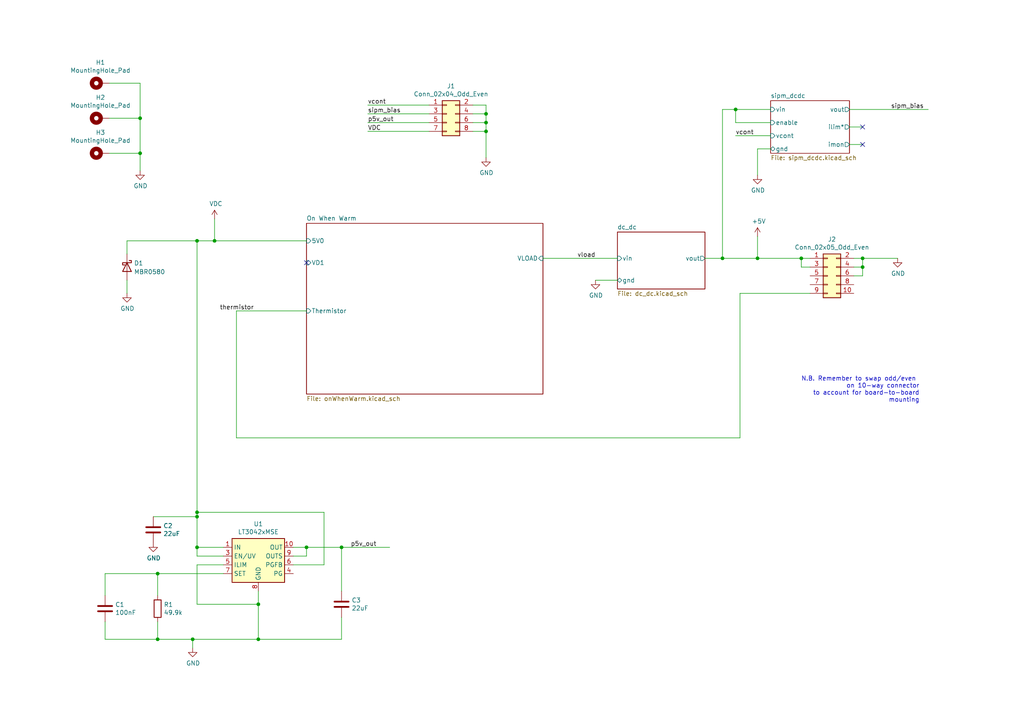
<source format=kicad_sch>
(kicad_sch (version 20211123) (generator eeschema)
  (paper "A4")
  (lib_symbols
    (symbol "Connector_Generic:Conn_02x04_Odd_Even" (pin_names (offset 1.016) hide)
      (property "Reference" "J" (at 1.27 5.08 0))
      (property "Value" "Conn_02x04_Odd_Even" (at 1.27 -7.62 0))
      (symbol "Conn_02x04_Odd_Even_1_1"
        (rectangle (start -1.27 -4.953) (end 0 -5.207) (stroke (width 0.1524)))
        (rectangle (start -1.27 -2.413) (end 0 -2.667) (stroke (width 0.1524)))
        (rectangle (start -1.27 0.127) (end 0 -0.127) (stroke (width 0.1524)))
        (rectangle (start -1.27 2.667) (end 0 2.413) (stroke (width 0.1524)))
        (rectangle (start -1.27 3.81) (end 3.81 -6.35) (stroke (width 0.254)) (fill (type background)))
        (rectangle (start 3.81 -4.953) (end 2.54 -5.207) (stroke (width 0.1524)))
        (rectangle (start 3.81 -2.413) (end 2.54 -2.667) (stroke (width 0.1524)))
        (rectangle (start 3.81 0.127) (end 2.54 -0.127) (stroke (width 0.1524)))
        (rectangle (start 3.81 2.667) (end 2.54 2.413) (stroke (width 0.1524)))
        (pin passive line (at -5.08 2.54 0) (length 3.81) (name "Pin_1") (number "1"))
        (pin passive line (at 7.62 2.54 180) (length 3.81) (name "Pin_2") (number "2"))
        (pin passive line (at -5.08 0 0) (length 3.81) (name "Pin_3") (number "3"))
        (pin passive line (at 7.62 0 180) (length 3.81) (name "Pin_4") (number "4"))
        (pin passive line (at -5.08 -2.54 0) (length 3.81) (name "Pin_5") (number "5"))
        (pin passive line (at 7.62 -2.54 180) (length 3.81) (name "Pin_6") (number "6"))
        (pin passive line (at -5.08 -5.08 0) (length 3.81) (name "Pin_7") (number "7"))
        (pin passive line (at 7.62 -5.08 180) (length 3.81) (name "Pin_8") (number "8"))
      )
    )
    (symbol "Connector_Generic:Conn_02x05_Odd_Even" (pin_names (offset 1.016) hide)
      (property "Reference" "J" (at 1.27 7.62 0))
      (property "Value" "Conn_02x05_Odd_Even" (at 1.27 -7.62 0))
      (symbol "Conn_02x05_Odd_Even_1_1"
        (rectangle (start -1.27 -4.953) (end 0 -5.207) (stroke (width 0.1524)))
        (rectangle (start -1.27 -2.413) (end 0 -2.667) (stroke (width 0.1524)))
        (rectangle (start -1.27 0.127) (end 0 -0.127) (stroke (width 0.1524)))
        (rectangle (start -1.27 2.667) (end 0 2.413) (stroke (width 0.1524)))
        (rectangle (start -1.27 5.207) (end 0 4.953) (stroke (width 0.1524)))
        (rectangle (start -1.27 6.35) (end 3.81 -6.35) (stroke (width 0.254)) (fill (type background)))
        (rectangle (start 3.81 -4.953) (end 2.54 -5.207) (stroke (width 0.1524)))
        (rectangle (start 3.81 -2.413) (end 2.54 -2.667) (stroke (width 0.1524)))
        (rectangle (start 3.81 0.127) (end 2.54 -0.127) (stroke (width 0.1524)))
        (rectangle (start 3.81 2.667) (end 2.54 2.413) (stroke (width 0.1524)))
        (rectangle (start 3.81 5.207) (end 2.54 4.953) (stroke (width 0.1524)))
        (pin passive line (at -5.08 5.08 0) (length 3.81) (name "Pin_1") (number "1"))
        (pin passive line (at 7.62 -5.08 180) (length 3.81) (name "Pin_10") (number "10"))
        (pin passive line (at 7.62 5.08 180) (length 3.81) (name "Pin_2") (number "2"))
        (pin passive line (at -5.08 2.54 0) (length 3.81) (name "Pin_3") (number "3"))
        (pin passive line (at 7.62 2.54 180) (length 3.81) (name "Pin_4") (number "4"))
        (pin passive line (at -5.08 0 0) (length 3.81) (name "Pin_5") (number "5"))
        (pin passive line (at 7.62 0 180) (length 3.81) (name "Pin_6") (number "6"))
        (pin passive line (at -5.08 -2.54 0) (length 3.81) (name "Pin_7") (number "7"))
        (pin passive line (at 7.62 -2.54 180) (length 3.81) (name "Pin_8") (number "8"))
        (pin passive line (at -5.08 -5.08 0) (length 3.81) (name "Pin_9") (number "9"))
      )
    )
    (symbol "Device:C" (pin_numbers hide) (pin_names (offset 0.254))
      (property "Reference" "C" (at 0.635 2.54 0))
      (property "Value" "C" (at 0.635 -2.54 0))
      (symbol "C_0_1"
        (polyline (pts (xy -2.032 -0.762) (xy 2.032 -0.762)) (stroke (width 0.508)))
        (polyline (pts (xy -2.032 0.762) (xy 2.032 0.762)) (stroke (width 0.508)))
      )
      (symbol "C_1_1"
        (pin passive line (at 0 3.81 270) (length 2.794) (name "~") (number "1"))
        (pin passive line (at 0 -3.81 90) (length 2.794) (name "~") (number "2"))
      )
    )
    (symbol "Device:R" (pin_numbers hide) (pin_names (offset 0))
      (property "Reference" "R" (at 2.032 0 90))
      (property "Value" "R" (at 0 0 90))
      (symbol "R_0_1"
        (rectangle (start -1.016 -2.54) (end 1.016 2.54) (stroke (width 0.254)))
      )
      (symbol "R_1_1"
        (pin passive line (at 0 3.81 270) (length 1.27) (name "~") (number "1"))
        (pin passive line (at 0 -3.81 90) (length 1.27) (name "~") (number "2"))
      )
    )
    (symbol "Diode:MBR0580" (pin_numbers hide) (pin_names (offset 1.016) hide)
      (property "Reference" "D" (at 0 2.54 0))
      (property "Value" "MBR0580" (at 0 -2.54 0))
      (symbol "MBR0580_0_1"
        (polyline (pts (xy 1.27 0) (xy -1.27 0)))
        (polyline (pts (xy 1.27 1.27) (xy 1.27 -1.27) (xy -1.27 0) (xy 1.27 1.27)) (stroke (width 0.254)))
        (polyline (pts (xy -1.905 0.635) (xy -1.905 1.27) (xy -1.27 1.27) (xy -1.27 -1.27) (xy -0.635 -1.27) (xy -0.635 -0.635)) (stroke (width 0.254)))
      )
      (symbol "MBR0580_1_1"
        (pin passive line (at -3.81 0 0) (length 2.54) (name "K") (number "1"))
        (pin passive line (at 3.81 0 180) (length 2.54) (name "A") (number "2"))
      )
    )
    (symbol "Mechanical:MountingHole_Pad" (pin_numbers hide) (pin_names (offset 1.016) hide)
      (property "Reference" "H" (at 0 6.35 0))
      (property "Value" "MountingHole_Pad" (at 0 4.445 0))
      (symbol "MountingHole_Pad_0_1"
        (circle (center 0 1.27) (radius 1.27) (stroke (width 1.27)))
      )
      (symbol "MountingHole_Pad_1_1"
        (pin input line (at 0 -2.54 90) (length 2.54) (name "1") (number "1"))
      )
    )
    (symbol "Regulator_Linear:LT3042xMSE"
      (property "Reference" "U" (at -6.35 6.35 0))
      (property "Value" "LT3042xMSE" (at 1.27 6.35 0))
      (symbol "LT3042xMSE_0_1"
        (rectangle (start -7.62 5.08) (end 7.62 -7.62) (stroke (width 0.254)) (fill (type background)))
      )
      (symbol "LT3042xMSE_1_1"
        (pin power_in line (at -10.16 2.54 0) (length 2.54) (name "IN") (number "1"))
        (pin power_out line (at 10.16 2.54 180) (length 2.54) (name "OUT") (number "10"))
        (pin passive line (at 0 -10.16 90) (length 2.54) hide (name "GND") (number "11"))
        (pin passive line (at -10.16 2.54 0) (length 2.54) hide (name "IN") (number "2"))
        (pin input line (at -10.16 0 0) (length 2.54) (name "EN/UV") (number "3"))
        (pin open_collector line (at 10.16 -5.08 180) (length 2.54) (name "PG") (number "4"))
        (pin passive line (at -10.16 -2.54 0) (length 2.54) (name "ILIM") (number "5"))
        (pin input line (at 10.16 -2.54 180) (length 2.54) (name "PGFB") (number "6"))
        (pin passive line (at -10.16 -5.08 0) (length 2.54) (name "SET") (number "7"))
        (pin power_in line (at 0 -10.16 90) (length 2.54) (name "GND") (number "8"))
        (pin input line (at 10.16 0 180) (length 2.54) (name "OUTS") (number "9"))
      )
    )
    (symbol "power:+5V" (power) (pin_names (offset 0))
      (property "Value" "+5V" (at 0 3.556 0))
      (symbol "+5V_0_1"
        (polyline (pts (xy -0.762 1.27) (xy 0 2.54)))
        (polyline (pts (xy 0 0) (xy 0 2.54)))
        (polyline (pts (xy 0 2.54) (xy 0.762 1.27)))
      )
      (symbol "+5V_1_1"
        (pin power_in line (at 0 0 90) (length 0) hide (name "+5V") (number "1"))
      )
    )
    (symbol "power:GND" (power) (pin_names (offset 0))
      (property "Value" "GND" (at 0 -3.81 0))
      (symbol "GND_0_1"
        (polyline (pts (xy 0 0) (xy 0 -1.27) (xy 1.27 -1.27) (xy 0 -2.54) (xy -1.27 -1.27) (xy 0 -1.27)))
      )
      (symbol "GND_1_1"
        (pin power_in line (at 0 0 270) (length 0) hide (name "GND") (number "1"))
      )
    )
    (symbol "power:VDC" (power) (pin_names (offset 0))
      (property "Value" "VDC" (at 0 6.35 0))
      (symbol "VDC_0_1"
        (polyline (pts (xy -0.762 1.27) (xy 0 2.54)))
        (polyline (pts (xy 0 0) (xy 0 2.54)))
        (polyline (pts (xy 0 2.54) (xy 0.762 1.27)))
      )
      (symbol "VDC_1_1"
        (pin power_in line (at 0 0 90) (length 0) hide (name "VDC") (number "1"))
      )
    )
  )
  (junction (at 140.97 35.56))
  (junction (at 57.15 149.86))
  (junction (at 57.15 69.85))
  (junction (at 99.06 158.75))
  (junction (at 57.15 158.75))
  (junction (at 140.97 38.1))
  (junction (at 55.88 185.42))
  (junction (at 40.64 44.45))
  (junction (at 250.19 74.93))
  (junction (at 62.23 69.85))
  (junction (at 209.55 74.93))
  (junction (at 40.64 34.29))
  (junction (at 140.97 33.02))
  (junction (at 74.93 175.26))
  (junction (at 57.15 148.59))
  (junction (at 45.72 166.37))
  (junction (at 213.36 31.75))
  (junction (at 232.41 74.93))
  (junction (at 45.72 185.42))
  (junction (at 88.9 158.75))
  (junction (at 74.93 185.42))
  (junction (at 219.71 74.93))
  (junction (at 250.19 77.47))
  (no_connect (at 250.19 41.91))
  (no_connect (at 88.9 76.2))
  (no_connect (at 250.19 36.83))
  (wire (pts (xy 157.48 74.93) (xy 179.07 74.93)))
  (wire (pts (xy 45.72 180.34) (xy 45.72 185.42)))
  (wire (pts (xy 85.09 161.29) (xy 88.9 161.29)))
  (wire (pts (xy 62.23 63.5) (xy 62.23 69.85)))
  (wire (pts (xy 246.38 41.91) (xy 250.19 41.91)))
  (wire (pts (xy 250.19 80.01) (xy 247.65 80.01)))
  (wire (pts (xy 30.48 166.37) (xy 30.48 172.72)))
  (wire (pts (xy 250.19 77.47) (xy 247.65 77.47)))
  (wire (pts (xy 99.06 179.07) (xy 99.06 185.42)))
  (wire (pts (xy 213.36 39.37) (xy 223.52 39.37)))
  (wire (pts (xy 209.55 74.93) (xy 219.71 74.93)))
  (wire (pts (xy 36.83 81.28) (xy 36.83 85.09)))
  (wire (pts (xy 234.95 85.09) (xy 214.63 85.09)))
  (wire (pts (xy 140.97 33.02) (xy 140.97 35.56)))
  (wire (pts (xy 219.71 68.58) (xy 219.71 74.93)))
  (wire (pts (xy 124.46 33.02) (xy 106.68 33.02)))
  (wire (pts (xy 57.15 148.59) (xy 57.15 69.85)))
  (wire (pts (xy 85.09 163.83) (xy 93.98 163.83)))
  (wire (pts (xy 68.58 127) (xy 68.58 90.17)))
  (wire (pts (xy 45.72 166.37) (xy 45.72 172.72)))
  (wire (pts (xy 232.41 77.47) (xy 234.95 77.47)))
  (wire (pts (xy 213.36 31.75) (xy 223.52 31.75)))
  (wire (pts (xy 213.36 35.56) (xy 223.52 35.56)))
  (wire (pts (xy 55.88 185.42) (xy 74.93 185.42)))
  (wire (pts (xy 93.98 163.83) (xy 93.98 148.59)))
  (wire (pts (xy 44.45 149.86) (xy 57.15 149.86)))
  (wire (pts (xy 40.64 34.29) (xy 40.64 44.45)))
  (wire (pts (xy 250.19 77.47) (xy 250.19 80.01)))
  (wire (pts (xy 30.48 185.42) (xy 45.72 185.42)))
  (wire (pts (xy 45.72 185.42) (xy 55.88 185.42)))
  (wire (pts (xy 30.48 180.34) (xy 30.48 185.42)))
  (wire (pts (xy 219.71 43.18) (xy 219.71 50.8)))
  (wire (pts (xy 57.15 158.75) (xy 57.15 149.86)))
  (wire (pts (xy 213.36 31.75) (xy 209.55 31.75)))
  (wire (pts (xy 246.38 36.83) (xy 250.19 36.83)))
  (wire (pts (xy 172.72 81.28) (xy 179.07 81.28)))
  (wire (pts (xy 137.16 33.02) (xy 140.97 33.02)))
  (wire (pts (xy 137.16 38.1) (xy 140.97 38.1)))
  (wire (pts (xy 57.15 175.26) (xy 74.93 175.26)))
  (wire (pts (xy 219.71 43.18) (xy 223.52 43.18)))
  (wire (pts (xy 209.55 31.75) (xy 209.55 74.93)))
  (wire (pts (xy 247.65 74.93) (xy 250.19 74.93)))
  (wire (pts (xy 57.15 69.85) (xy 62.23 69.85)))
  (wire (pts (xy 99.06 185.42) (xy 74.93 185.42)))
  (wire (pts (xy 93.98 148.59) (xy 57.15 148.59)))
  (wire (pts (xy 214.63 85.09) (xy 214.63 127)))
  (wire (pts (xy 74.93 171.45) (xy 74.93 175.26)))
  (wire (pts (xy 88.9 90.17) (xy 68.58 90.17)))
  (wire (pts (xy 124.46 35.56) (xy 106.68 35.56)))
  (wire (pts (xy 57.15 161.29) (xy 64.77 161.29)))
  (wire (pts (xy 204.47 74.93) (xy 209.55 74.93)))
  (wire (pts (xy 64.77 163.83) (xy 57.15 163.83)))
  (wire (pts (xy 99.06 171.45) (xy 99.06 158.75)))
  (wire (pts (xy 214.63 127) (xy 68.58 127)))
  (wire (pts (xy 36.83 69.85) (xy 36.83 73.66)))
  (wire (pts (xy 250.19 74.93) (xy 250.19 77.47)))
  (wire (pts (xy 250.19 74.93) (xy 260.35 74.93)))
  (wire (pts (xy 74.93 175.26) (xy 74.93 185.42)))
  (wire (pts (xy 36.83 69.85) (xy 57.15 69.85)))
  (wire (pts (xy 62.23 69.85) (xy 88.9 69.85)))
  (wire (pts (xy 213.36 35.56) (xy 213.36 31.75)))
  (wire (pts (xy 137.16 30.48) (xy 140.97 30.48)))
  (wire (pts (xy 124.46 30.48) (xy 106.68 30.48)))
  (wire (pts (xy 57.15 149.86) (xy 57.15 148.59)))
  (wire (pts (xy 85.09 158.75) (xy 88.9 158.75)))
  (wire (pts (xy 140.97 35.56) (xy 140.97 38.1)))
  (wire (pts (xy 40.64 44.45) (xy 40.64 49.53)))
  (wire (pts (xy 246.38 31.75) (xy 269.24 31.75)))
  (wire (pts (xy 88.9 161.29) (xy 88.9 158.75)))
  (wire (pts (xy 31.75 44.45) (xy 40.64 44.45)))
  (wire (pts (xy 55.88 185.42) (xy 55.88 187.96)))
  (wire (pts (xy 31.75 34.29) (xy 40.64 34.29)))
  (wire (pts (xy 57.15 158.75) (xy 57.15 161.29)))
  (wire (pts (xy 30.48 166.37) (xy 45.72 166.37)))
  (wire (pts (xy 64.77 166.37) (xy 45.72 166.37)))
  (wire (pts (xy 40.64 24.13) (xy 40.64 34.29)))
  (wire (pts (xy 140.97 30.48) (xy 140.97 33.02)))
  (wire (pts (xy 232.41 74.93) (xy 232.41 77.47)))
  (wire (pts (xy 124.46 38.1) (xy 106.68 38.1)))
  (wire (pts (xy 219.71 74.93) (xy 232.41 74.93)))
  (wire (pts (xy 64.77 158.75) (xy 57.15 158.75)))
  (wire (pts (xy 57.15 163.83) (xy 57.15 175.26)))
  (wire (pts (xy 232.41 74.93) (xy 234.95 74.93)))
  (wire (pts (xy 140.97 38.1) (xy 140.97 45.72)))
  (wire (pts (xy 137.16 35.56) (xy 140.97 35.56)))
  (wire (pts (xy 88.9 158.75) (xy 99.06 158.75)))
  (wire (pts (xy 99.06 158.75) (xy 113.03 158.75)))
  (wire (pts (xy 31.75 24.13) (xy 40.64 24.13)))
  (text "N.B. Remember to swap odd/even \non 10-way connector\nto account for board-to-board\nmounting" (at 266.7 116.84 0) (effects (font (size 1.27 1.27)) (justify right bottom)))
  (label "thermistor" (at 73.66 90.17 180))
  (label "p5v_out" (at 106.68 35.56 0))
  (label "p5v_out" (at 109.22 158.75 180))
  (label "VDC" (at 106.68 38.1 0))
  (label "vload" (at 172.72 74.93 180))
  (label "sipm_bias" (at 267.97 31.75 180))
  (label "vcont" (at 213.36 39.37 0))
  (label "sipm_bias" (at 106.68 33.02 0))
  (label "vcont" (at 106.68 30.48 0))
  (symbol (lib_id "power:GND") (at 172.72 81.28 0) (unit 1)
    (property "Reference" "#PWR07" (effects hide))
    (property "Value" "GND" (at 172.847 85.6742 0))
  )
  (symbol (lib_id "power:GND") (at 36.83 85.09 0) (unit 1)
    (property "Reference" "#PWR01" (effects hide))
    (property "Value" "GND" (at 36.957 89.4842 0))
  )
  (symbol (lib_id "Connector_Generic:Conn_02x05_Odd_Even") (at 240.03 80.01 0) (unit 1)
    (property "Reference" "J2" (at 241.3 69.4182 0))
    (property "Value" "Conn_02x05_Odd_Even" (at 241.3 71.7296 0))
    (property "Footprint" "Connector_PinSocket_2.54mm:PinSocket_2x05_P2.54mm_Vertical_SMD" (effects hide))
  )
  (symbol (lib_id "Regulator_Linear:LT3042xMSE") (at 74.93 161.29 0) (unit 1)
    (property "Reference" "U1" (at 74.93 151.9682 0))
    (property "Value" "LT3042xMSE" (at 74.93 154.2796 0))
    (property "Footprint" "Package_SO:MSOP-10-1EP_3x3mm_P0.5mm_EP1.68x1.88mm" (effects hide))
    (property "Datasheet" "https://www.analog.com/media/en/technical-documentation/data-sheets/3042fb.pdf" (effects hide))
  )
  (symbol (lib_id "power:GND") (at 260.35 74.93 0) (unit 1)
    (property "Reference" "#PWR010" (effects hide))
    (property "Value" "GND" (at 260.477 79.3242 0))
  )
  (symbol (lib_id "power:VDC") (at 62.23 63.5 0) (unit 1)
    (property "Reference" "#PWR05" (effects hide))
    (property "Value" "VDC" (at 62.611 59.1058 0))
  )
  (symbol (lib_id "Device:R") (at 45.72 176.53 0) (unit 1)
    (property "Reference" "R1" (at 47.498 175.3616 0) (effects (justify left)))
    (property "Value" "49.9k" (at 47.498 177.673 0) (effects (justify left)))
    (property "Footprint" "Resistor_SMD:R_0603_1608Metric_Pad0.98x0.95mm_HandSolder" (effects hide))
  )
  (symbol (lib_id "Device:C") (at 30.48 176.53 0) (unit 1)
    (property "Reference" "C1" (at 33.401 175.3616 0) (effects (justify left)))
    (property "Value" "100nF" (at 33.401 177.673 0) (effects (justify left)))
    (property "Footprint" "Capacitor_SMD:C_0603_1608Metric" (effects hide))
  )
  (symbol (lib_id "power:GND") (at 55.88 187.96 0) (unit 1)
    (property "Reference" "#PWR04" (effects hide))
    (property "Value" "GND" (at 56.007 192.3542 0))
  )
  (symbol (lib_id "Device:C") (at 99.06 175.26 0) (unit 1)
    (property "Reference" "C3" (at 101.981 174.0916 0) (effects (justify left)))
    (property "Value" "22uF" (at 101.981 176.403 0) (effects (justify left)))
    (property "Footprint" "Capacitor_SMD:C_0805_2012Metric_Pad1.18x1.45mm_HandSolder" (effects hide))
  )
  (symbol (lib_id "Device:C") (at 44.45 153.67 0) (unit 1)
    (property "Reference" "C2" (at 47.371 152.5016 0) (effects (justify left)))
    (property "Value" "22uF" (at 47.371 154.813 0) (effects (justify left)))
    (property "Footprint" "Capacitor_SMD:C_0805_2012Metric_Pad1.18x1.45mm_HandSolder" (effects hide))
  )
  (symbol (lib_id "power:GND") (at 44.45 157.48 0) (unit 1)
    (property "Reference" "#PWR03" (effects hide))
    (property "Value" "GND" (at 44.577 161.8742 0))
  )
  (symbol (lib_id "power:GND") (at 219.71 50.8 0) (unit 1)
    (property "Reference" "#PWR08" (effects hide))
    (property "Value" "GND" (at 219.837 55.1942 0))
  )
  (symbol (lib_id "power:+5V") (at 219.71 68.58 0) (unit 1)
    (property "Reference" "#PWR09" (effects hide))
    (property "Value" "+5V" (at 220.091 64.1858 0))
  )
  (symbol (lib_id "Connector_Generic:Conn_02x04_Odd_Even") (at 129.54 33.02 0) (unit 1)
    (property "Reference" "J1" (at 130.81 24.9682 0))
    (property "Value" "Conn_02x04_Odd_Even" (at 130.81 27.2796 0))
    (property "Footprint" "Connector_IDC:IDC-Header_2x04_P2.54mm_Vertical" (effects hide))
  )
  (symbol (lib_id "power:GND") (at 140.97 45.72 0) (unit 1)
    (property "Reference" "#PWR06" (effects hide))
    (property "Value" "GND" (at 141.097 50.1142 0))
  )
  (symbol (lib_id "Mechanical:MountingHole_Pad") (at 29.21 24.13 90) (unit 1)
    (property "Reference" "H1" (at 29.1338 18.1102 90))
    (property "Value" "MountingHole_Pad" (at 29.1338 20.4216 90))
    (property "Footprint" "MountingHole:MountingHole_2.7mm_M2.5_DIN965_Pad" (effects hide))
  )
  (symbol (lib_id "Mechanical:MountingHole_Pad") (at 29.21 34.29 90) (unit 1)
    (property "Reference" "H2" (at 29.1338 28.2702 90))
    (property "Value" "MountingHole_Pad" (at 29.1338 30.5816 90))
    (property "Footprint" "MountingHole:MountingHole_2.7mm_M2.5_DIN965_Pad" (effects hide))
  )
  (symbol (lib_id "Mechanical:MountingHole_Pad") (at 29.21 44.45 90) (unit 1)
    (property "Reference" "H3" (at 29.1338 38.4302 90))
    (property "Value" "MountingHole_Pad" (at 29.1338 40.7416 90))
    (property "Footprint" "MountingHole:MountingHole_2.7mm_M2.5_DIN965_Pad" (effects hide))
  )
  (symbol (lib_id "power:GND") (at 40.64 49.53 0) (unit 1)
    (property "Reference" "#PWR02" (effects hide))
    (property "Value" "GND" (at 40.767 53.9242 0))
  )
  (symbol (lib_id "Diode:MBR0580") (at 36.83 77.47 270) (unit 1)
    (property "Reference" "D1" (at 38.862 76.3178 90) (effects (justify left)))
    (property "Value" "MBR0580" (at 38.862 78.8547 90) (effects (justify left)))
    (property "Footprint" "Diode_SMD:D_SOD-123" (effects hide))
    (property "Datasheet" "http://www.mccsemi.com/up_pdf/MBR0520~MBR0580(SOD123).pdf" (effects hide))
  )
  (sheet (at 88.9 64.77) (size 68.58 49.53)
    (property "Sheet name" "On When Warm" (at 88.9 64.0584 0) (effects (justify left bottom)))
    (property "Sheet file" "onWhenWarm.kicad_sch" (at 88.9 114.8846 0) (effects (justify left top)))
    (pin "VD1" input (at 88.9 76.2 180))
    (pin "VLOAD" input (at 157.48 74.93 0))
    (pin "5V0" input (at 88.9 69.85 180))
    (pin "Thermistor" input (at 88.9 90.17 180))
  )
  (sheet (at 179.07 67.31) (size 25.4 16.51)
    (property "Sheet name" "dc_dc" (at 179.07 66.5984 0) (effects (justify left bottom)))
    (property "Sheet file" "dc_dc.kicad_sch" (at 179.07 84.4046 0) (effects (justify left top)))
    (pin "vin" input (at 179.07 74.93 180))
    (pin "vout" output (at 204.47 74.93 0))
    (pin "gnd" bidirectional (at 179.07 81.28 180))
  )
  (sheet (at 223.52 29.21) (size 22.86 15.24)
    (property "Sheet name" "sipm_dcdc" (at 223.52 28.4984 0) (effects (justify left bottom)))
    (property "Sheet file" "sipm_dcdc.kicad_sch" (at 223.52 45.0346 0) (effects (justify left top)))
    (pin "vin" input (at 223.52 31.75 180))
    (pin "vout" output (at 246.38 31.75 0))
    (pin "enable" input (at 223.52 35.56 180))
    (pin "ilim*" output (at 246.38 36.83 0))
    (pin "vcont" input (at 223.52 39.37 180))
    (pin "imon" output (at 246.38 41.91 0))
    (pin "gnd" bidirectional (at 223.52 43.18 180))
  )
)
</source>
